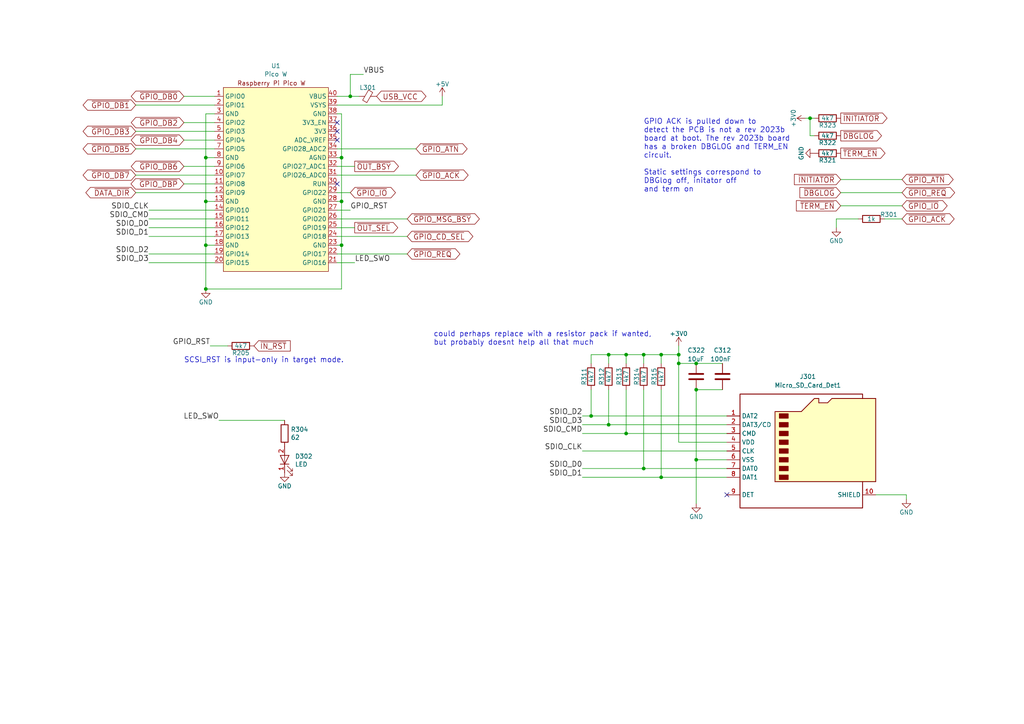
<source format=kicad_sch>
(kicad_sch (version 20230121) (generator eeschema)
  (paper "A4")
  (title_block (title "ZuluSCSI (TM) Pico OSHW") (date "2023-09-19") (rev "2023d") (company "(C) Rabbit Hole Computing ") (comment 1 "ZuluSCSI is a registered trademark of") (comment 2 "Descended from SCSI2SD, with special thanks to Michael McMaster") (comment 3 "Descended from SCSI2SD, with special thanks to Michael McMaster"))
  (lib_symbols
    (symbol "Connector:Micro_SD_Card_Det1"
      (property "Reference" "J" (at -16.51 17.78 0))
      (property "Value" "Micro_SD_Card_Det1" (at 16.51 17.78 0))
      (symbol "Micro_SD_Card_Det1_0_1"
        (rectangle (start -7.62 -6.985) (end -5.08 -8.255) (stroke (width 0.254)) (fill (type outline)))
        (rectangle (start -7.62 -4.445) (end -5.08 -5.715) (stroke (width 0.254)) (fill (type outline)))
        (rectangle (start -7.62 -1.905) (end -5.08 -3.175) (stroke (width 0.254)) (fill (type outline)))
        (rectangle (start -7.62 0.635) (end -5.08 -0.635) (stroke (width 0.254)) (fill (type outline)))
        (rectangle (start -7.62 3.175) (end -5.08 1.905) (stroke (width 0.254)) (fill (type outline)))
        (rectangle (start -7.62 5.715) (end -5.08 4.445) (stroke (width 0.254)) (fill (type outline)))
        (rectangle (start -7.62 8.255) (end -5.08 6.985) (stroke (width 0.254)) (fill (type outline)))
        (rectangle (start -7.62 10.795) (end -5.08 9.525) (stroke (width 0.254)) (fill (type outline)))
        (polyline (pts (xy 16.51 15.24) (xy 16.51 16.51) (xy -19.05 16.51) (xy -19.05 -16.51) (xy 16.51 -16.51) (xy 16.51 -8.89)) (stroke (width 0.254)))
        (polyline (pts (xy -8.89 -8.89) (xy -8.89 11.43) (xy -1.27 11.43) (xy 2.54 15.24) (xy 3.81 15.24) (xy 3.81 13.97) (xy 6.35 13.97) (xy 7.62 15.24) (xy 20.32 15.24) (xy 20.32 -8.89) (xy -8.89 -8.89)) (stroke (width 0.254)) (fill (type background)))
      )
      (symbol "Micro_SD_Card_Det1_1_1"
        (pin bidirectional line (at -22.86 10.16 0) (length 3.81) (name "DAT2") (number "1"))
        (pin passive line (at 20.32 -12.7 180) (length 3.81) (name "SHIELD") (number "10"))
        (pin bidirectional line (at -22.86 7.62 0) (length 3.81) (name "DAT3/CD") (number "2"))
        (pin input line (at -22.86 5.08 0) (length 3.81) (name "CMD") (number "3"))
        (pin power_in line (at -22.86 2.54 0) (length 3.81) (name "VDD") (number "4"))
        (pin input line (at -22.86 0 0) (length 3.81) (name "CLK") (number "5"))
        (pin power_in line (at -22.86 -2.54 0) (length 3.81) (name "VSS") (number "6"))
        (pin bidirectional line (at -22.86 -5.08 0) (length 3.81) (name "DAT0") (number "7"))
        (pin bidirectional line (at -22.86 -7.62 0) (length 3.81) (name "DAT1") (number "8"))
        (pin passive line (at -22.86 -12.7 0) (length 3.81) (name "DET") (number "9"))
      )
    )
    (symbol "Device:FerriteBead_Small" (pin_numbers hide) (pin_names (offset 0))
      (property "Reference" "FB" (at 1.905 1.27 0))
      (property "Value" "FerriteBead_Small" (at 1.905 -1.27 0))
      (symbol "FerriteBead_Small_0_1"
        (polyline (pts (xy 0 -1.27) (xy 0 -0.7874)))
        (polyline (pts (xy 0 0.889) (xy 0 1.2954)))
        (polyline (pts (xy -1.8288 0.2794) (xy -1.1176 1.4986) (xy 1.8288 -0.2032) (xy 1.1176 -1.4224) (xy -1.8288 0.2794)))
      )
      (symbol "FerriteBead_Small_1_1"
        (pin passive line (at 0 2.54 270) (length 1.27) (name "~") (number "1"))
        (pin passive line (at 0 -2.54 90) (length 1.27) (name "~") (number "2"))
      )
    )
    (symbol "MCU_RaspberryPi_and_Boards:Pico W"
      (property "Reference" "U" (at -13.97 27.94 0))
      (property "Value" "Pico W" (at 0 19.05 0))
      (symbol "Pico W_0_1"
        (rectangle (start -15.24 26.67) (end 15.24 -26.67) (fill (type background)))
      )
      (symbol "Pico W_1_0"
        (text "Raspberry Pi Pico W" (at -1.27 27.94 0) (effects (font (size 1.27 1.27))))
      )
      (symbol "Pico W_1_1"
        (pin bidirectional line (at -17.78 24.13 0) (length 2.54) (name "GPIO0") (number "1"))
        (pin bidirectional line (at -17.78 1.27 0) (length 2.54) (name "GPIO7") (number "10"))
        (pin bidirectional line (at -17.78 -1.27 0) (length 2.54) (name "GPIO8") (number "11"))
        (pin bidirectional line (at -17.78 -3.81 0) (length 2.54) (name "GPIO9") (number "12"))
        (pin power_in line (at -17.78 -6.35 0) (length 2.54) (name "GND") (number "13"))
        (pin bidirectional line (at -17.78 -8.89 0) (length 2.54) (name "GPIO10") (number "14"))
        (pin bidirectional line (at -17.78 -11.43 0) (length 2.54) (name "GPIO11") (number "15"))
        (pin bidirectional line (at -17.78 -13.97 0) (length 2.54) (name "GPIO12") (number "16"))
        (pin bidirectional line (at -17.78 -16.51 0) (length 2.54) (name "GPIO13") (number "17"))
        (pin power_in line (at -17.78 -19.05 0) (length 2.54) (name "GND") (number "18"))
        (pin bidirectional line (at -17.78 -21.59 0) (length 2.54) (name "GPIO14") (number "19"))
        (pin bidirectional line (at -17.78 21.59 0) (length 2.54) (name "GPIO1") (number "2"))
        (pin bidirectional line (at -17.78 -24.13 0) (length 2.54) (name "GPIO15") (number "20"))
        (pin bidirectional line (at 17.78 -24.13 180) (length 2.54) (name "GPIO16") (number "21"))
        (pin bidirectional line (at 17.78 -21.59 180) (length 2.54) (name "GPIO17") (number "22"))
        (pin power_in line (at 17.78 -19.05 180) (length 2.54) (name "GND") (number "23"))
        (pin bidirectional line (at 17.78 -16.51 180) (length 2.54) (name "GPIO18") (number "24"))
        (pin bidirectional line (at 17.78 -13.97 180) (length 2.54) (name "GPIO19") (number "25"))
        (pin bidirectional line (at 17.78 -11.43 180) (length 2.54) (name "GPIO20") (number "26"))
        (pin bidirectional line (at 17.78 -8.89 180) (length 2.54) (name "GPIO21") (number "27"))
        (pin power_in line (at 17.78 -6.35 180) (length 2.54) (name "GND") (number "28"))
        (pin bidirectional line (at 17.78 -3.81 180) (length 2.54) (name "GPIO22") (number "29"))
        (pin power_in line (at -17.78 19.05 0) (length 2.54) (name "GND") (number "3"))
        (pin input line (at 17.78 -1.27 180) (length 2.54) (name "RUN") (number "30"))
        (pin bidirectional line (at 17.78 1.27 180) (length 2.54) (name "GPIO26_ADC0") (number "31"))
        (pin bidirectional line (at 17.78 3.81 180) (length 2.54) (name "GPIO27_ADC1") (number "32"))
        (pin power_in line (at 17.78 6.35 180) (length 2.54) (name "AGND") (number "33"))
        (pin bidirectional line (at 17.78 8.89 180) (length 2.54) (name "GPIO28_ADC2") (number "34"))
        (pin power_in line (at 17.78 11.43 180) (length 2.54) (name "ADC_VREF") (number "35"))
        (pin power_in line (at 17.78 13.97 180) (length 2.54) (name "3V3") (number "36"))
        (pin input line (at 17.78 16.51 180) (length 2.54) (name "3V3_EN") (number "37"))
        (pin bidirectional line (at 17.78 19.05 180) (length 2.54) (name "GND") (number "38"))
        (pin power_in line (at 17.78 21.59 180) (length 2.54) (name "VSYS") (number "39"))
        (pin bidirectional line (at -17.78 16.51 0) (length 2.54) (name "GPIO2") (number "4"))
        (pin power_in line (at 17.78 24.13 180) (length 2.54) (name "VBUS") (number "40"))
        (pin bidirectional line (at -17.78 13.97 0) (length 2.54) (name "GPIO3") (number "5"))
        (pin bidirectional line (at -17.78 11.43 0) (length 2.54) (name "GPIO4") (number "6"))
        (pin bidirectional line (at -17.78 8.89 0) (length 2.54) (name "GPIO5") (number "7"))
        (pin power_in line (at -17.78 6.35 0) (length 2.54) (name "GND") (number "8"))
        (pin bidirectional line (at -17.78 3.81 0) (length 2.54) (name "GPIO6") (number "9"))
      )
    )
    (symbol "zuluscsi-rescue:+3V0" (power) (pin_names (offset 0))
      (property "Value" "+3V0" (at 0 3.556 0))
      (symbol "+3V0_0_1"
        (polyline (pts (xy -0.762 1.27) (xy 0 2.54)))
        (polyline (pts (xy 0 0) (xy 0 2.54)))
        (polyline (pts (xy 0 2.54) (xy 0.762 1.27)))
      )
      (symbol "+3V0_1_1"
        (pin power_in line (at 0 0 90) (length 0) hide (name "+3V0") (number "1"))
      )
    )
    (symbol "zuluscsi-rescue:+5V" (power) (pin_names (offset 0))
      (property "Value" "+5V" (at 0 3.556 0))
      (symbol "+5V_0_1"
        (polyline (pts (xy -0.762 1.27) (xy 0 2.54)))
        (polyline (pts (xy 0 0) (xy 0 2.54)))
        (polyline (pts (xy 0 2.54) (xy 0.762 1.27)))
      )
      (symbol "+5V_1_1"
        (pin power_in line (at 0 0 90) (length 0) hide (name "+5V") (number "1"))
      )
    )
    (symbol "zuluscsi-rescue:C" (pin_numbers hide) (pin_names (offset 0.254))
      (property "Reference" "C" (at 0.635 2.54 0))
      (property "Value" "C" (at 0.635 -2.54 0))
      (symbol "C_0_1"
        (polyline (pts (xy -2.032 -0.762) (xy 2.032 -0.762)) (stroke (width 0.508)))
        (polyline (pts (xy -2.032 0.762) (xy 2.032 0.762)) (stroke (width 0.508)))
      )
      (symbol "C_1_1"
        (pin passive line (at 0 3.81 270) (length 2.794) (name "~") (number "1"))
        (pin passive line (at 0 -3.81 90) (length 2.794) (name "~") (number "2"))
      )
    )
    (symbol "zuluscsi-rescue:GND" (power) (pin_names (offset 0))
      (property "Value" "GND" (at 0 -3.81 0))
      (symbol "GND_0_1"
        (polyline (pts (xy 0 0) (xy 0 -1.27) (xy 1.27 -1.27) (xy 0 -2.54) (xy -1.27 -1.27) (xy 0 -1.27)))
      )
      (symbol "GND_1_1"
        (pin power_in line (at 0 0 270) (length 0) hide (name "GND") (number "1"))
      )
    )
    (symbol "zuluscsi-rescue:LED" (pin_names (offset 1.016) hide)
      (property "Reference" "D" (at 0 2.54 0))
      (property "Value" "LED" (at 0 -2.54 0))
      (symbol "LED_0_1"
        (polyline (pts (xy -1.27 -1.27) (xy -1.27 1.27)) (stroke (width 0.2032)))
        (polyline (pts (xy -1.27 0) (xy 1.27 0)))
        (polyline (pts (xy 1.27 -1.27) (xy 1.27 1.27) (xy -1.27 0) (xy 1.27 -1.27)) (stroke (width 0.2032)))
        (polyline (pts (xy -3.048 -0.762) (xy -4.572 -2.286) (xy -3.81 -2.286) (xy -4.572 -2.286) (xy -4.572 -1.524)))
        (polyline (pts (xy -1.778 -0.762) (xy -3.302 -2.286) (xy -2.54 -2.286) (xy -3.302 -2.286) (xy -3.302 -1.524)))
      )
      (symbol "LED_1_1"
        (pin passive line (at -3.81 0 0) (length 2.54) (name "K") (number "1"))
        (pin passive line (at 3.81 0 180) (length 2.54) (name "A") (number "2"))
      )
    )
    (symbol "zuluscsi-rescue:R" (pin_numbers hide) (pin_names (offset 0))
      (property "Reference" "R" (at 2.032 0 90))
      (property "Value" "R" (at 0 0 90))
      (symbol "R_0_1"
        (rectangle (start -1.016 -2.54) (end 1.016 2.54) (stroke (width 0.254)))
      )
      (symbol "R_1_1"
        (pin passive line (at 0 3.81 270) (length 1.27) (name "~") (number "1"))
        (pin passive line (at 0 -3.81 90) (length 1.27) (name "~") (number "2"))
      )
    )
  )
  (junction (at 196.85 102.87))
  (junction (at 101.6 27.94))
  (junction (at 234.95 34.29))
  (junction (at 99.06 58.42))
  (junction (at 59.69 58.42))
  (junction (at 59.69 83.82))
  (junction (at 99.06 71.12))
  (junction (at 176.53 102.87))
  (junction (at 186.69 135.89))
  (junction (at 181.61 125.73))
  (junction (at 201.93 105.41))
  (junction (at 201.93 133.35))
  (junction (at 99.06 45.72))
  (junction (at 181.61 102.87))
  (junction (at 196.85 105.41))
  (junction (at 59.69 71.12))
  (junction (at 171.45 120.65))
  (junction (at 191.77 138.43))
  (junction (at 201.93 113.03))
  (junction (at 186.69 102.87))
  (junction (at 176.53 123.19))
  (junction (at 191.77 102.87))
  (junction (at 59.69 45.72))
  (no_connect (at 97.79 38.1))
  (no_connect (at 210.82 143.51))
  (no_connect (at 97.79 40.64))
  (no_connect (at 97.79 53.34))
  (no_connect (at 97.79 35.56))
  (wire (pts (xy 39.37 38.1) (xy 62.23 38.1)))
  (wire (pts (xy 62.23 63.5) (xy 43.18 63.5)))
  (wire (pts (xy 60.96 100.33) (xy 66.04 100.33)))
  (wire (pts (xy 62.23 76.2) (xy 43.18 76.2)))
  (wire (pts (xy 191.77 102.87) (xy 191.77 105.41)))
  (wire (pts (xy 62.23 68.58) (xy 43.18 68.58)))
  (wire (pts (xy 62.23 66.04) (xy 43.18 66.04)))
  (wire (pts (xy 176.53 123.19) (xy 210.82 123.19)))
  (wire (pts (xy 254 143.51) (xy 262.89 143.51)))
  (wire (pts (xy 201.93 105.41) (xy 196.85 105.41)))
  (wire (pts (xy 39.37 43.18) (xy 62.23 43.18)))
  (wire (pts (xy 262.89 143.51) (xy 262.89 144.78)))
  (wire (pts (xy 62.23 73.66) (xy 43.18 73.66)))
  (wire (pts (xy 97.79 48.26) (xy 102.87 48.26)))
  (wire (pts (xy 59.69 71.12) (xy 62.23 71.12)))
  (wire (pts (xy 97.79 71.12) (xy 99.06 71.12)))
  (wire (pts (xy 97.79 66.04) (xy 102.87 66.04)))
  (wire (pts (xy 59.69 58.42) (xy 59.69 71.12)))
  (wire (pts (xy 97.79 55.88) (xy 101.6 55.88)))
  (wire (pts (xy 181.61 102.87) (xy 186.69 102.87)))
  (wire (pts (xy 59.69 71.12) (xy 59.69 83.82)))
  (wire (pts (xy 201.93 133.35) (xy 201.93 146.05)))
  (wire (pts (xy 186.69 113.03) (xy 186.69 135.89)))
  (wire (pts (xy 59.69 33.02) (xy 59.69 45.72)))
  (wire (pts (xy 181.61 113.03) (xy 181.61 125.73)))
  (wire (pts (xy 62.23 33.02) (xy 59.69 33.02)))
  (wire (pts (xy 63.5 121.92) (xy 82.55 121.92)))
  (wire (pts (xy 97.79 43.18) (xy 120.65 43.18)))
  (wire (pts (xy 171.45 113.03) (xy 171.45 120.65)))
  (wire (pts (xy 118.11 63.5) (xy 97.79 63.5)))
  (wire (pts (xy 248.92 63.5) (xy 242.57 63.5)))
  (wire (pts (xy 191.77 138.43) (xy 210.82 138.43)))
  (wire (pts (xy 59.69 83.82) (xy 99.06 83.82)))
  (wire (pts (xy 97.79 33.02) (xy 99.06 33.02)))
  (wire (pts (xy 171.45 102.87) (xy 171.45 105.41)))
  (wire (pts (xy 243.84 55.88) (xy 261.62 55.88)))
  (wire (pts (xy 53.34 40.64) (xy 62.23 40.64)))
  (wire (pts (xy 97.79 76.2) (xy 102.87 76.2)))
  (wire (pts (xy 196.85 105.41) (xy 196.85 128.27)))
  (wire (pts (xy 99.06 58.42) (xy 99.06 71.12)))
  (wire (pts (xy 62.23 60.96) (xy 43.18 60.96)))
  (wire (pts (xy 168.91 125.73) (xy 181.61 125.73)))
  (wire (pts (xy 53.34 53.34) (xy 62.23 53.34)))
  (wire (pts (xy 97.79 45.72) (xy 99.06 45.72)))
  (wire (pts (xy 186.69 135.89) (xy 210.82 135.89)))
  (wire (pts (xy 176.53 102.87) (xy 171.45 102.87)))
  (wire (pts (xy 186.69 102.87) (xy 191.77 102.87)))
  (wire (pts (xy 233.68 34.29) (xy 234.95 34.29)))
  (wire (pts (xy 168.91 120.65) (xy 171.45 120.65)))
  (wire (pts (xy 39.37 30.48) (xy 62.23 30.48)))
  (wire (pts (xy 168.91 123.19) (xy 176.53 123.19)))
  (wire (pts (xy 97.79 60.96) (xy 101.6 60.96)))
  (wire (pts (xy 256.54 63.5) (xy 261.62 63.5)))
  (wire (pts (xy 176.53 105.41) (xy 176.53 102.87)))
  (wire (pts (xy 181.61 125.73) (xy 210.82 125.73)))
  (wire (pts (xy 191.77 113.03) (xy 191.77 138.43)))
  (wire (pts (xy 53.34 27.94) (xy 62.23 27.94)))
  (wire (pts (xy 242.57 63.5) (xy 242.57 66.04)))
  (wire (pts (xy 186.69 102.87) (xy 186.69 105.41)))
  (wire (pts (xy 97.79 50.8) (xy 120.65 50.8)))
  (wire (pts (xy 201.93 105.41) (xy 209.55 105.41)))
  (wire (pts (xy 59.69 58.42) (xy 62.23 58.42)))
  (wire (pts (xy 128.27 30.48) (xy 128.27 27.94)))
  (wire (pts (xy 196.85 100.33) (xy 196.85 102.87)))
  (wire (pts (xy 191.77 102.87) (xy 196.85 102.87)))
  (wire (pts (xy 105.41 21.59) (xy 101.6 21.59)))
  (wire (pts (xy 234.95 34.29) (xy 236.22 34.29)))
  (wire (pts (xy 181.61 102.87) (xy 181.61 105.41)))
  (wire (pts (xy 118.11 73.66) (xy 97.79 73.66)))
  (wire (pts (xy 97.79 58.42) (xy 99.06 58.42)))
  (wire (pts (xy 99.06 33.02) (xy 99.06 45.72)))
  (wire (pts (xy 196.85 102.87) (xy 196.85 105.41)))
  (wire (pts (xy 243.84 52.07) (xy 261.62 52.07)))
  (wire (pts (xy 97.79 27.94) (xy 101.6 27.94)))
  (wire (pts (xy 243.84 59.69) (xy 261.62 59.69)))
  (wire (pts (xy 53.34 48.26) (xy 62.23 48.26)))
  (wire (pts (xy 101.6 27.94) (xy 104.14 27.94)))
  (wire (pts (xy 59.69 45.72) (xy 62.23 45.72)))
  (wire (pts (xy 59.69 45.72) (xy 59.69 58.42)))
  (wire (pts (xy 97.79 30.48) (xy 128.27 30.48)))
  (wire (pts (xy 176.53 113.03) (xy 176.53 123.19)))
  (wire (pts (xy 191.77 138.43) (xy 168.91 138.43)))
  (wire (pts (xy 118.11 68.58) (xy 97.79 68.58)))
  (wire (pts (xy 101.6 21.59) (xy 101.6 27.94)))
  (wire (pts (xy 236.22 39.37) (xy 234.95 39.37)))
  (wire (pts (xy 201.93 113.03) (xy 209.55 113.03)))
  (wire (pts (xy 99.06 45.72) (xy 99.06 58.42)))
  (wire (pts (xy 53.34 35.56) (xy 62.23 35.56)))
  (wire (pts (xy 201.93 113.03) (xy 201.93 133.35)))
  (wire (pts (xy 99.06 71.12) (xy 99.06 83.82)))
  (wire (pts (xy 168.91 130.81) (xy 210.82 130.81)))
  (wire (pts (xy 201.93 133.35) (xy 210.82 133.35)))
  (wire (pts (xy 196.85 128.27) (xy 210.82 128.27)))
  (wire (pts (xy 168.91 135.89) (xy 186.69 135.89)))
  (wire (pts (xy 39.37 50.8) (xy 62.23 50.8)))
  (wire (pts (xy 39.37 55.88) (xy 62.23 55.88)))
  (wire (pts (xy 181.61 102.87) (xy 176.53 102.87)))
  (wire (pts (xy 234.95 34.29) (xy 234.95 39.37)))
  (wire (pts (xy 171.45 120.65) (xy 210.82 120.65)))
  (text "GPIO ACK is pulled down to \ndetect the PCB is not a rev 2023b\nboard at boot. The rev 2023b board\nhas a broken DBGLOG and TERM_EN\ncircuit.\n\nStatic settings correspond to \nDBGlog off, initator off\nand term on" (at 186.69 55.88 0) (effects (font (size 1.524 1.524)) (justify left bottom)))
  (text "could perhaps replace with a resistor pack if wanted, \nbut probably doesnt help all that much" (at 125.73 100.33 0) (effects (font (size 1.524 1.524)) (justify left bottom)))
  (text "SCSI_RST is input-only in target mode.\n" (at 53.34 105.41 0) (effects (font (size 1.524 1.524)) (justify left bottom)))
  (label "SDIO_CMD" (at 168.91 125.73 180) (effects (font (size 1.524 1.524))))
  (label "SDIO_D1" (at 168.91 138.43 180) (effects (font (size 1.524 1.524))))
  (label "SDIO_D2" (at 168.91 120.65 180) (effects (font (size 1.524 1.524))))
  (label "SDIO_D0" (at 168.91 135.89 180) (effects (font (size 1.524 1.524))))
  (label "SDIO_D0" (at 43.18 66.04 180) (effects (font (size 1.524 1.524))))
  (label "SDIO_CLK" (at 43.18 60.96 180) (effects (font (size 1.524 1.524))))
  (label "LED_SWO" (at 102.87 76.2 0) (effects (font (size 1.524 1.524))))
  (label "SDIO_D3" (at 43.18 76.2 180) (effects (font (size 1.524 1.524))))
  (label "SDIO_CMD" (at 43.18 63.5 180) (effects (font (size 1.524 1.524))))
  (label "LED_SWO" (at 63.5 121.92 180) (effects (font (size 1.524 1.524))))
  (label "GPIO_RST" (at 101.6 60.96 0) (effects (font (size 1.524 1.524))))
  (label "SDIO_CLK" (at 168.91 130.81 180) (effects (font (size 1.524 1.524))))
  (label "VBUS" (at 105.41 21.59 0) (effects (font (size 1.524 1.524))))
  (label "SDIO_D2" (at 43.18 73.66 180) (effects (font (size 1.524 1.524))))
  (label "SDIO_D3" (at 168.91 123.19 180) (effects (font (size 1.524 1.524))))
  (label "GPIO_RST" (at 60.96 100.33 180) (effects (font (size 1.524 1.524))))
  (label "SDIO_D1" (at 43.18 68.58 180) (effects (font (size 1.524 1.524))))
  (global_label "~{GPIO_DB1}" (shape bidirectional) (at 39.37 30.48 180) (effects (font (size 1.524 1.524))) (property "Intersheetrefs" "${INTERSHEET_REFS}" (effects hide)))
  (global_label "~{GPIO_DB5}" (shape bidirectional) (at 39.37 43.18 180) (effects (font (size 1.524 1.524))) (property "Intersheetrefs" "${INTERSHEET_REFS}" (effects hide)))
  (global_label "~{TERM_EN}" (shape input) (at 243.84 59.69 180) (effects (font (size 1.524 1.524))) (property "Intersheetrefs" "${INTERSHEET_REFS}" (effects hide)))
  (global_label "~{OUT_SEL}" (shape output) (at 102.87 66.04 0) (effects (font (size 1.524 1.524))) (property "Intersheetrefs" "${INTERSHEET_REFS}" (effects hide)))
  (global_label "~{GPIO_ACK}" (shape bidirectional) (at 120.65 50.8 0) (effects (font (size 1.524 1.524))) (property "Intersheetrefs" "${INTERSHEET_REFS}" (effects hide)))
  (global_label "~{INITIATOR}" (shape input) (at 243.84 52.07 180) (effects (font (size 1.524 1.524))) (property "Intersheetrefs" "${INTERSHEET_REFS}" (effects hide)))
  (global_label "~{GPIO_REQ}" (shape bidirectional) (at 261.62 55.88 0) (effects (font (size 1.524 1.524))) (property "Intersheetrefs" "${INTERSHEET_REFS}" (effects hide)))
  (global_label "~{GPIO_DB0}" (shape bidirectional) (at 53.34 27.94 180) (effects (font (size 1.524 1.524))) (property "Intersheetrefs" "${INTERSHEET_REFS}" (effects hide)))
  (global_label "~{IN_RST}" (shape input) (at 73.66 100.33 0) (effects (font (size 1.524 1.524))) (property "Intersheetrefs" "${INTERSHEET_REFS}" (effects hide)))
  (global_label "~{GPIO_DBP}" (shape bidirectional) (at 53.34 53.34 180) (effects (font (size 1.524 1.524))) (property "Intersheetrefs" "${INTERSHEET_REFS}" (effects hide)))
  (global_label "~{GPIO_DB2}" (shape bidirectional) (at 53.34 35.56 180) (effects (font (size 1.524 1.524))) (property "Intersheetrefs" "${INTERSHEET_REFS}" (effects hide)))
  (global_label "~{GPIO_IO}" (shape bidirectional) (at 261.62 59.69 0) (effects (font (size 1.524 1.524))) (property "Intersheetrefs" "${INTERSHEET_REFS}" (effects hide)))
  (global_label "~{DATA_DIR}" (shape bidirectional) (at 39.37 55.88 180) (effects (font (size 1.524 1.524))) (property "Intersheetrefs" "${INTERSHEET_REFS}" (effects hide)))
  (global_label "~{INITIATOR}" (shape output) (at 243.84 34.29 0) (effects (font (size 1.524 1.524))) (property "Intersheetrefs" "${INTERSHEET_REFS}" (effects hide)))
  (global_label "~{GPIO_REQ}" (shape bidirectional) (at 118.11 73.66 0) (effects (font (size 1.524 1.524))) (property "Intersheetrefs" "${INTERSHEET_REFS}" (effects hide)))
  (global_label "~{GPIO_DB7}" (shape bidirectional) (at 39.37 50.8 180) (effects (font (size 1.524 1.524))) (property "Intersheetrefs" "${INTERSHEET_REFS}" (effects hide)))
  (global_label "~{GPIO_ATN}" (shape bidirectional) (at 261.62 52.07 0) (effects (font (size 1.524 1.524))) (property "Intersheetrefs" "${INTERSHEET_REFS}" (effects hide)))
  (global_label "~{GPIO_DB6}" (shape bidirectional) (at 53.34 48.26 180) (effects (font (size 1.524 1.524))) (property "Intersheetrefs" "${INTERSHEET_REFS}" (effects hide)))
  (global_label "~{DBGLOG}" (shape input) (at 243.84 55.88 180) (effects (font (size 1.524 1.524))) (property "Intersheetrefs" "${INTERSHEET_REFS}" (effects hide)))
  (global_label "~{GPIO_DB4}" (shape bidirectional) (at 53.34 40.64 180) (effects (font (size 1.524 1.524))) (property "Intersheetrefs" "${INTERSHEET_REFS}" (effects hide)))
  (global_label "~{GPIO_ATN}" (shape bidirectional) (at 120.65 43.18 0) (effects (font (size 1.524 1.524))) (property "Intersheetrefs" "${INTERSHEET_REFS}" (effects hide)))
  (global_label "~{GPIO_ACK}" (shape bidirectional) (at 261.62 63.5 0) (effects (font (size 1.524 1.524))) (property "Intersheetrefs" "${INTERSHEET_REFS}" (effects hide)))
  (global_label "USB_VCC" (shape bidirectional) (at 109.22 27.94 0) (effects (font (size 1.524 1.524))) (property "Intersheetrefs" "${INTERSHEET_REFS}" (effects hide)))
  (global_label "~{GPIO_DB3}" (shape bidirectional) (at 39.37 38.1 180) (effects (font (size 1.524 1.524))) (property "Intersheetrefs" "${INTERSHEET_REFS}" (effects hide)))
  (global_label "~{GPIO_MSG_BSY}" (shape bidirectional) (at 118.11 63.5 0) (effects (font (size 1.524 1.524))) (property "Intersheetrefs" "${INTERSHEET_REFS}" (effects hide)))
  (global_label "~{TERM_EN}" (shape output) (at 243.84 44.45 0) (effects (font (size 1.524 1.524))) (property "Intersheetrefs" "${INTERSHEET_REFS}" (effects hide)))
  (global_label "~{OUT_BSY}" (shape output) (at 102.87 48.26 0) (effects (font (size 1.524 1.524))) (property "Intersheetrefs" "${INTERSHEET_REFS}" (effects hide)))
  (global_label "~{DBGLOG}" (shape output) (at 243.84 39.37 0) (effects (font (size 1.524 1.524))) (property "Intersheetrefs" "${INTERSHEET_REFS}" (effects hide)))
  (global_label "~{GPIO_IO}" (shape bidirectional) (at 101.6 55.88 0) (effects (font (size 1.524 1.524))) (property "Intersheetrefs" "${INTERSHEET_REFS}" (effects hide)))
  (global_label "~{GPIO_CD_SEL}" (shape bidirectional) (at 118.11 68.58 0) (effects (font (size 1.524 1.524))) (property "Intersheetrefs" "${INTERSHEET_REFS}" (effects hide)))
  (symbol (lib_id "zuluscsi-rescue:C") (at 201.93 109.22 180) (unit 1)
    (property "Reference" "C322" (at 199.39 101.6 0) (effects (justify right)))
    (property "Value" "10uF" (at 199.39 104.14 0) (effects (justify right)))
    (property "Footprint" "Capacitor_SMD:C_0805_2012Metric" (effects hide))
    (property "LCSC" "C15850" (effects hide))
    (property "Manufacturer" "Samsung" (effects hide))
    (property "PartNumber" "CL21A106KPFNNNG" (effects hide))
    (property "digikey" "1276-6456-1-ND " (effects hide))
  )
  (symbol (lib_id "zuluscsi-rescue:C") (at 209.55 109.22 180) (unit 1)
    (property "Reference" "C312" (at 212.09 101.6 0) (effects (justify left)))
    (property "Value" "100nF" (at 212.09 104.14 0) (effects (justify left)))
    (property "Footprint" "Capacitor_SMD:C_0603_1608Metric" (effects hide))
    (property "LCSC" "C14663" (effects hide))
    (property "Manufacturer" "Samsung" (effects hide))
    (property "PartNumber" "CL10B104KB8NNWC" (effects hide))
    (property "digikey" "1276-1935-1-ND" (effects hide))
  )
  (symbol (lib_id "zuluscsi-rescue:LED") (at 82.55 133.35 90) (unit 1)
    (property "Reference" "D302" (at 85.5472 132.3594 90) (effects (justify right)))
    (property "Value" "LED" (at 85.5472 134.6708 90) (effects (justify right)))
    (property "Footprint" "LED_SMD:LED_0805_2012Metric" (effects hide))
    (property "LCSC" "C434435" (effects hide))
    (property "Manufacturer" "Osram Opto Semiconductors Inc" (effects hide))
    (property "PartNumber" "LY R976-PS-36" (effects hide))
    (property "digikey" "475-2560-1-ND" (effects hide))
  )
  (symbol (lib_id "zuluscsi-rescue:R") (at 82.55 125.73 180) (unit 1)
    (property "Reference" "R304" (at 84.328 124.5616 0) (effects (justify right)))
    (property "Value" "62" (at 84.328 126.873 0) (effects (justify right)))
    (property "Footprint" "Resistor_SMD:R_0603_1608Metric" (effects hide))
    (property "LCSC" "C25252" (effects hide))
    (property "Manufacturer" "Yageo" (effects hide))
    (property "PartNumber" "RC0603FR-0762RL" (effects hide))
    (property "digikey" "311-62.0HRTR-ND" (effects hide))
  )
  (symbol (lib_id "Device:FerriteBead_Small") (at 106.68 27.94 90) (unit 1)
    (property "Reference" "L301" (at 106.68 25.4 90))
    (property "Value" "Ferrite_Bead_Small" (effects hide))
    (property "Footprint" "Inductor_SMD:L_0603_1608Metric" (effects hide))
    (property "LCSC" "C1002" (effects hide))
    (property "Manufacturer" "Pulse Electronics Network" (effects hide))
    (property "PartNumber" "PE-0603FB601ST" (effects hide))
    (property "digikey" "553-2384-2-ND" (effects hide))
  )
  (symbol (lib_id "zuluscsi-rescue:R") (at 176.53 109.22 180) (unit 1)
    (property "Reference" "R312" (at 174.498 109.22 90))
    (property "Value" "4k7" (at 176.53 109.22 90))
    (property "Footprint" "Resistor_SMD:R_0603_1608Metric" (effects hide))
    (property "LCSC" "C23162" (effects hide))
    (property "Manufacturer" "Yageo" (effects hide))
    (property "PartNumber" "RC0603JR-074K7L" (effects hide))
    (property "digikey" "311-100KHRTR-ND" (effects hide))
  )
  (symbol (lib_id "zuluscsi-rescue:R") (at 181.61 109.22 180) (unit 1)
    (property "Reference" "R313" (at 179.578 109.22 90))
    (property "Value" "4k7" (at 181.61 109.22 90))
    (property "Footprint" "Resistor_SMD:R_0603_1608Metric" (effects hide))
    (property "LCSC" "C23162" (effects hide))
    (property "Manufacturer" "Yageo" (effects hide))
    (property "PartNumber" "RC0603JR-074K7L" (effects hide))
    (property "digikey" "311-100KHRTR-ND" (effects hide))
  )
  (symbol (lib_id "zuluscsi-rescue:R") (at 186.69 109.22 180) (unit 1)
    (property "Reference" "R314" (at 184.658 109.22 90))
    (property "Value" "4k7" (at 186.69 109.22 90))
    (property "Footprint" "Resistor_SMD:R_0603_1608Metric" (effects hide))
    (property "LCSC" "C23162" (effects hide))
    (property "Manufacturer" "Yageo" (effects hide))
    (property "PartNumber" "RC0603JR-074K7L" (effects hide))
    (property "digikey" "311-100KHRTR-ND" (effects hide))
  )
  (symbol (lib_id "zuluscsi-rescue:R") (at 191.77 109.22 180) (unit 1)
    (property "Reference" "R315" (at 189.738 109.22 90))
    (property "Value" "4k7" (at 191.77 109.22 90))
    (property "Footprint" "Resistor_SMD:R_0603_1608Metric" (effects hide))
    (property "LCSC" "C23162" (effects hide))
    (property "Manufacturer" "Yageo" (effects hide))
    (property "PartNumber" "RC0603JR-074K7L" (effects hide))
    (property "digikey" "311-100KHRTR-ND" (effects hide))
  )
  (symbol (lib_id "zuluscsi-rescue:R") (at 171.45 109.22 180) (unit 1)
    (property "Reference" "R311" (at 169.418 109.22 90))
    (property "Value" "4k7" (at 171.45 109.22 90))
    (property "Footprint" "Resistor_SMD:R_0603_1608Metric" (effects hide))
    (property "LCSC" "C23162" (effects hide))
    (property "Manufacturer" "Yageo" (effects hide))
    (property "PartNumber" "RC0603JR-074K7L" (effects hide))
    (property "digikey" "311-100KHRTR-ND" (effects hide))
  )
  (symbol (lib_id "zuluscsi-rescue:GND") (at 201.93 146.05 0) (unit 1)
    (property "Reference" "#PWR0302" (effects hide))
    (property "Value" "GND" (at 201.93 149.86 0))
  )
  (symbol (lib_id "zuluscsi-rescue:+3V0") (at 196.85 100.33 0) (unit 1)
    (property "Reference" "#PWR0301" (effects hide))
    (property "Value" "+3V0" (at 196.85 96.774 0))
  )
  (symbol (lib_id "zuluscsi-rescue:GND") (at 82.55 137.16 0) (mirror y) (unit 1)
    (property "Reference" "#PWR0314" (effects hide))
    (property "Value" "GND" (at 82.55 140.97 0))
  )
  (symbol (lib_id "zuluscsi-rescue:GND") (at 59.69 83.82 0) (unit 1)
    (property "Reference" "#PWR03" (effects hide))
    (property "Value" "GND" (at 59.69 87.63 0))
  )
  (symbol (lib_id "MCU_RaspberryPi_and_Boards:Pico W") (at 80.01 52.07 0) (unit 1)
    (property "Reference" "U1" (at 80.01 19.0911 0))
    (property "Value" "Pico W" (at 80.01 21.5153 0))
    (property "Footprint" "MCU_RaspberryPi_and_Boards:RPi_Pico_W_SMD headers" (effects hide))
    (property "LCSC" "N/A" (effects hide))
    (property "JLCPCB_IGNORE" "do not fit" (effects hide))
  )
  (symbol (lib_id "zuluscsi-rescue:GND") (at 236.22 44.45 270) (mirror x) (unit 1)
    (property "Reference" "#PWR0304" (effects hide))
    (property "Value" "GND" (at 232.41 44.45 0))
  )
  (symbol (lib_id "zuluscsi-rescue:R") (at 240.03 44.45 90) (mirror x) (unit 1)
    (property "Reference" "R321" (at 240.03 46.482 90))
    (property "Value" "4k7" (at 240.03 44.45 90))
    (property "Footprint" "Resistor_SMD:R_0603_1608Metric" (effects hide))
  )
  (symbol (lib_id "zuluscsi-rescue:GND") (at 242.57 66.04 0) (mirror y) (unit 1)
    (property "Reference" "#PWR0304" (effects hide))
    (property "Value" "GND" (at 242.57 69.85 0))
  )
  (symbol (lib_id "zuluscsi-rescue:+3V0") (at 233.68 34.29 90) (mirror x) (unit 1)
    (property "Reference" "#PWR0315" (effects hide))
    (property "Value" "+3V0" (at 230.124 34.29 0))
  )
  (symbol (lib_id "zuluscsi-rescue:R") (at 240.03 34.29 90) (mirror x) (unit 1)
    (property "Reference" "R323" (at 240.03 36.322 90))
    (property "Value" "4k7" (at 240.03 34.29 90))
    (property "Footprint" "Resistor_SMD:R_0603_1608Metric" (effects hide))
  )
  (symbol (lib_id "zuluscsi-rescue:+5V") (at 128.27 27.94 0) (unit 1)
    (property "Reference" "#PWR063" (effects hide))
    (property "Value" "+5V" (at 128.27 24.384 0))
    (instances (project "SillyTinySCSI" (path "" (reference "#PWR063") (unit 1)) (path "" (reference "#PWR0303") (unit 1))))
  )
  (symbol (lib_id "zuluscsi-rescue:R") (at 240.03 39.37 90) (mirror x) (unit 1)
    (property "Reference" "R322" (at 240.03 41.402 90))
    (property "Value" "4k7" (at 240.03 39.37 90))
    (property "Footprint" "Resistor_SMD:R_0603_1608Metric" (effects hide))
  )
  (symbol (lib_id "Connector:Micro_SD_Card_Det1") (at 233.68 130.81 0) (unit 1)
    (property "Reference" "J301" (at 234.315 109.22 0))
    (property "Value" "Micro_SD_Card_Det1" (at 234.315 111.76 0))
    (property "Footprint" "MicroSD:microsd_molex_1051620001" (effects hide))
    (property "Datasheet" "https://datasheet.lcsc.com/lcsc/2110151630_XKB-Connectivity-XKTF-015-N_C381082.pdf" (effects hide))
  )
  (symbol (lib_id "zuluscsi-rescue:GND") (at 262.89 144.78 0) (unit 1)
    (property "Reference" "#PWR0305" (effects hide))
    (property "Value" "GND" (at 262.89 148.59 0))
  )
  (symbol (lib_id "zuluscsi-rescue:R") (at 69.85 100.33 270) (unit 1)
    (property "Reference" "R205" (at 69.85 102.362 90))
    (property "Value" "4k7" (at 69.85 100.33 90))
    (property "Footprint" "Resistor_SMD:R_0603_1608Metric" (effects hide))
    (property "LCSC" "C23162" (effects hide))
    (property "Manufacturer" "Yageo" (effects hide))
    (property "PartNumber" "RC0603JR-074K7L" (effects hide))
    (property "digikey" "311-100KHRTR-ND" (effects hide))
  )
  (symbol (lib_id "zuluscsi-rescue:R") (at 252.73 63.5 270) (mirror x) (unit 1)
    (property "Reference" "R301" (at 257.81 62.23 90))
    (property "Value" "1k" (at 252.73 63.5 90))
    (property "Footprint" "Resistor_SMD:R_0603_1608Metric" (effects hide))
    (property "LCSC" "C21190" (effects hide))
    (property "Manufacturer" "Yageo" (effects hide))
    (property "PartNumber" "RC0603JR-071KL" (effects hide))
    (property "digikey" "311-1.0KGRCT-ND" (effects hide))
  )
)
</source>
